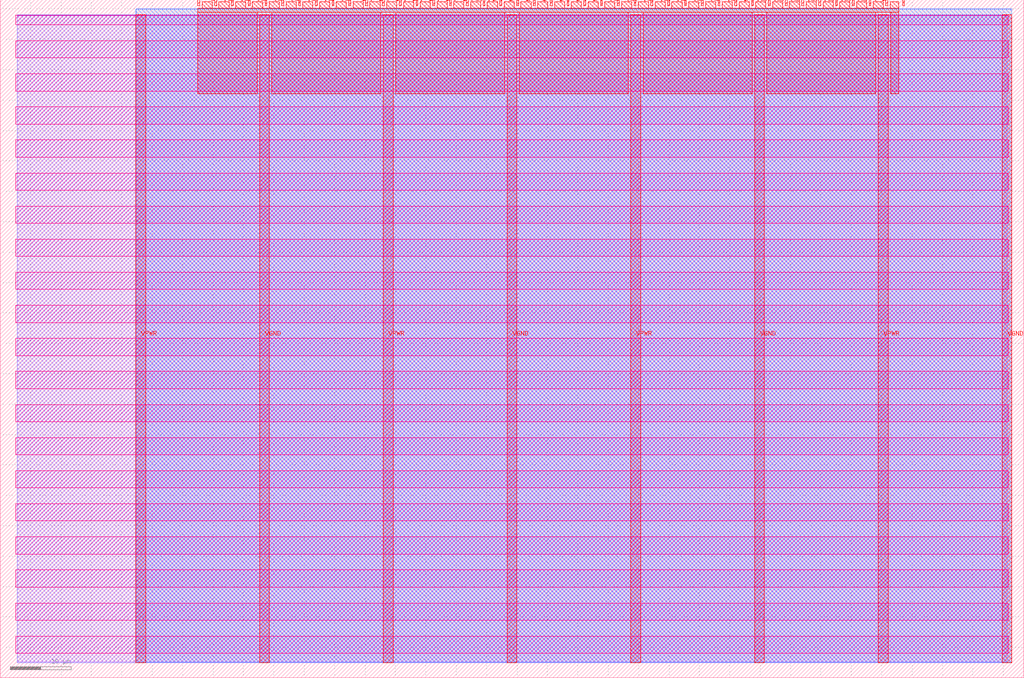
<source format=lef>
VERSION 5.7 ;
  NOWIREEXTENSIONATPIN ON ;
  DIVIDERCHAR "/" ;
  BUSBITCHARS "[]" ;
MACRO tt_um_wokwi_380408936929183745_dup
  CLASS BLOCK ;
  FOREIGN tt_um_wokwi_380408936929183745_dup ;
  ORIGIN 0.000 0.000 ;
  SIZE 168.360 BY 111.520 ;
  PIN VGND
    DIRECTION INOUT ;
    USE GROUND ;
    PORT
      LAYER met4 ;
        RECT 42.670 2.480 44.270 109.040 ;
    END
    PORT
      LAYER met4 ;
        RECT 83.380 2.480 84.980 109.040 ;
    END
    PORT
      LAYER met4 ;
        RECT 124.090 2.480 125.690 109.040 ;
    END
    PORT
      LAYER met4 ;
        RECT 164.800 2.480 166.400 109.040 ;
    END
  END VGND
  PIN VPWR
    DIRECTION INOUT ;
    USE POWER ;
    PORT
      LAYER met4 ;
        RECT 22.315 2.480 23.915 109.040 ;
    END
    PORT
      LAYER met4 ;
        RECT 63.025 2.480 64.625 109.040 ;
    END
    PORT
      LAYER met4 ;
        RECT 103.735 2.480 105.335 109.040 ;
    END
    PORT
      LAYER met4 ;
        RECT 144.445 2.480 146.045 109.040 ;
    END
  END VPWR
  PIN clk
    DIRECTION INPUT ;
    USE SIGNAL ;
    ANTENNAGATEAREA 0.852000 ;
    PORT
      LAYER met4 ;
        RECT 145.670 110.520 145.970 111.520 ;
    END
  END clk
  PIN ena
    DIRECTION INPUT ;
    USE SIGNAL ;
    PORT
      LAYER met4 ;
        RECT 148.430 110.520 148.730 111.520 ;
    END
  END ena
  PIN rst_n
    DIRECTION INPUT ;
    USE SIGNAL ;
    PORT
      LAYER met4 ;
        RECT 142.910 110.520 143.210 111.520 ;
    END
  END rst_n
  PIN ui_in[0]
    DIRECTION INPUT ;
    USE SIGNAL ;
    ANTENNAGATEAREA 0.196500 ;
    PORT
      LAYER met4 ;
        RECT 140.150 110.520 140.450 111.520 ;
    END
  END ui_in[0]
  PIN ui_in[1]
    DIRECTION INPUT ;
    USE SIGNAL ;
    ANTENNAGATEAREA 0.196500 ;
    PORT
      LAYER met4 ;
        RECT 137.390 110.520 137.690 111.520 ;
    END
  END ui_in[1]
  PIN ui_in[2]
    DIRECTION INPUT ;
    USE SIGNAL ;
    ANTENNAGATEAREA 0.196500 ;
    PORT
      LAYER met4 ;
        RECT 134.630 110.520 134.930 111.520 ;
    END
  END ui_in[2]
  PIN ui_in[3]
    DIRECTION INPUT ;
    USE SIGNAL ;
    ANTENNAGATEAREA 0.196500 ;
    PORT
      LAYER met4 ;
        RECT 131.870 110.520 132.170 111.520 ;
    END
  END ui_in[3]
  PIN ui_in[4]
    DIRECTION INPUT ;
    USE SIGNAL ;
    ANTENNAGATEAREA 0.196500 ;
    PORT
      LAYER met4 ;
        RECT 129.110 110.520 129.410 111.520 ;
    END
  END ui_in[4]
  PIN ui_in[5]
    DIRECTION INPUT ;
    USE SIGNAL ;
    ANTENNAGATEAREA 0.196500 ;
    PORT
      LAYER met4 ;
        RECT 126.350 110.520 126.650 111.520 ;
    END
  END ui_in[5]
  PIN ui_in[6]
    DIRECTION INPUT ;
    USE SIGNAL ;
    ANTENNAGATEAREA 0.196500 ;
    PORT
      LAYER met4 ;
        RECT 123.590 110.520 123.890 111.520 ;
    END
  END ui_in[6]
  PIN ui_in[7]
    DIRECTION INPUT ;
    USE SIGNAL ;
    ANTENNAGATEAREA 0.196500 ;
    PORT
      LAYER met4 ;
        RECT 120.830 110.520 121.130 111.520 ;
    END
  END ui_in[7]
  PIN uio_in[0]
    DIRECTION INPUT ;
    USE SIGNAL ;
    PORT
      LAYER met4 ;
        RECT 118.070 110.520 118.370 111.520 ;
    END
  END uio_in[0]
  PIN uio_in[1]
    DIRECTION INPUT ;
    USE SIGNAL ;
    PORT
      LAYER met4 ;
        RECT 115.310 110.520 115.610 111.520 ;
    END
  END uio_in[1]
  PIN uio_in[2]
    DIRECTION INPUT ;
    USE SIGNAL ;
    PORT
      LAYER met4 ;
        RECT 112.550 110.520 112.850 111.520 ;
    END
  END uio_in[2]
  PIN uio_in[3]
    DIRECTION INPUT ;
    USE SIGNAL ;
    PORT
      LAYER met4 ;
        RECT 109.790 110.520 110.090 111.520 ;
    END
  END uio_in[3]
  PIN uio_in[4]
    DIRECTION INPUT ;
    USE SIGNAL ;
    PORT
      LAYER met4 ;
        RECT 107.030 110.520 107.330 111.520 ;
    END
  END uio_in[4]
  PIN uio_in[5]
    DIRECTION INPUT ;
    USE SIGNAL ;
    PORT
      LAYER met4 ;
        RECT 104.270 110.520 104.570 111.520 ;
    END
  END uio_in[5]
  PIN uio_in[6]
    DIRECTION INPUT ;
    USE SIGNAL ;
    PORT
      LAYER met4 ;
        RECT 101.510 110.520 101.810 111.520 ;
    END
  END uio_in[6]
  PIN uio_in[7]
    DIRECTION INPUT ;
    USE SIGNAL ;
    PORT
      LAYER met4 ;
        RECT 98.750 110.520 99.050 111.520 ;
    END
  END uio_in[7]
  PIN uio_oe[0]
    DIRECTION OUTPUT TRISTATE ;
    USE SIGNAL ;
    PORT
      LAYER met4 ;
        RECT 51.830 110.520 52.130 111.520 ;
    END
  END uio_oe[0]
  PIN uio_oe[1]
    DIRECTION OUTPUT TRISTATE ;
    USE SIGNAL ;
    PORT
      LAYER met4 ;
        RECT 49.070 110.520 49.370 111.520 ;
    END
  END uio_oe[1]
  PIN uio_oe[2]
    DIRECTION OUTPUT TRISTATE ;
    USE SIGNAL ;
    PORT
      LAYER met4 ;
        RECT 46.310 110.520 46.610 111.520 ;
    END
  END uio_oe[2]
  PIN uio_oe[3]
    DIRECTION OUTPUT TRISTATE ;
    USE SIGNAL ;
    PORT
      LAYER met4 ;
        RECT 43.550 110.520 43.850 111.520 ;
    END
  END uio_oe[3]
  PIN uio_oe[4]
    DIRECTION OUTPUT TRISTATE ;
    USE SIGNAL ;
    PORT
      LAYER met4 ;
        RECT 40.790 110.520 41.090 111.520 ;
    END
  END uio_oe[4]
  PIN uio_oe[5]
    DIRECTION OUTPUT TRISTATE ;
    USE SIGNAL ;
    PORT
      LAYER met4 ;
        RECT 38.030 110.520 38.330 111.520 ;
    END
  END uio_oe[5]
  PIN uio_oe[6]
    DIRECTION OUTPUT TRISTATE ;
    USE SIGNAL ;
    PORT
      LAYER met4 ;
        RECT 35.270 110.520 35.570 111.520 ;
    END
  END uio_oe[6]
  PIN uio_oe[7]
    DIRECTION OUTPUT TRISTATE ;
    USE SIGNAL ;
    PORT
      LAYER met4 ;
        RECT 32.510 110.520 32.810 111.520 ;
    END
  END uio_oe[7]
  PIN uio_out[0]
    DIRECTION OUTPUT TRISTATE ;
    USE SIGNAL ;
    PORT
      LAYER met4 ;
        RECT 73.910 110.520 74.210 111.520 ;
    END
  END uio_out[0]
  PIN uio_out[1]
    DIRECTION OUTPUT TRISTATE ;
    USE SIGNAL ;
    PORT
      LAYER met4 ;
        RECT 71.150 110.520 71.450 111.520 ;
    END
  END uio_out[1]
  PIN uio_out[2]
    DIRECTION OUTPUT TRISTATE ;
    USE SIGNAL ;
    PORT
      LAYER met4 ;
        RECT 68.390 110.520 68.690 111.520 ;
    END
  END uio_out[2]
  PIN uio_out[3]
    DIRECTION OUTPUT TRISTATE ;
    USE SIGNAL ;
    PORT
      LAYER met4 ;
        RECT 65.630 110.520 65.930 111.520 ;
    END
  END uio_out[3]
  PIN uio_out[4]
    DIRECTION OUTPUT TRISTATE ;
    USE SIGNAL ;
    PORT
      LAYER met4 ;
        RECT 62.870 110.520 63.170 111.520 ;
    END
  END uio_out[4]
  PIN uio_out[5]
    DIRECTION OUTPUT TRISTATE ;
    USE SIGNAL ;
    PORT
      LAYER met4 ;
        RECT 60.110 110.520 60.410 111.520 ;
    END
  END uio_out[5]
  PIN uio_out[6]
    DIRECTION OUTPUT TRISTATE ;
    USE SIGNAL ;
    PORT
      LAYER met4 ;
        RECT 57.350 110.520 57.650 111.520 ;
    END
  END uio_out[6]
  PIN uio_out[7]
    DIRECTION OUTPUT TRISTATE ;
    USE SIGNAL ;
    PORT
      LAYER met4 ;
        RECT 54.590 110.520 54.890 111.520 ;
    END
  END uio_out[7]
  PIN uo_out[0]
    DIRECTION OUTPUT TRISTATE ;
    USE SIGNAL ;
    ANTENNADIFFAREA 0.445500 ;
    PORT
      LAYER met4 ;
        RECT 95.990 110.520 96.290 111.520 ;
    END
  END uo_out[0]
  PIN uo_out[1]
    DIRECTION OUTPUT TRISTATE ;
    USE SIGNAL ;
    ANTENNADIFFAREA 0.445500 ;
    PORT
      LAYER met4 ;
        RECT 93.230 110.520 93.530 111.520 ;
    END
  END uo_out[1]
  PIN uo_out[2]
    DIRECTION OUTPUT TRISTATE ;
    USE SIGNAL ;
    ANTENNADIFFAREA 0.445500 ;
    PORT
      LAYER met4 ;
        RECT 90.470 110.520 90.770 111.520 ;
    END
  END uo_out[2]
  PIN uo_out[3]
    DIRECTION OUTPUT TRISTATE ;
    USE SIGNAL ;
    ANTENNADIFFAREA 0.445500 ;
    PORT
      LAYER met4 ;
        RECT 87.710 110.520 88.010 111.520 ;
    END
  END uo_out[3]
  PIN uo_out[4]
    DIRECTION OUTPUT TRISTATE ;
    USE SIGNAL ;
    ANTENNADIFFAREA 0.445500 ;
    PORT
      LAYER met4 ;
        RECT 84.950 110.520 85.250 111.520 ;
    END
  END uo_out[4]
  PIN uo_out[5]
    DIRECTION OUTPUT TRISTATE ;
    USE SIGNAL ;
    PORT
      LAYER met4 ;
        RECT 82.190 110.520 82.490 111.520 ;
    END
  END uo_out[5]
  PIN uo_out[6]
    DIRECTION OUTPUT TRISTATE ;
    USE SIGNAL ;
    PORT
      LAYER met4 ;
        RECT 79.430 110.520 79.730 111.520 ;
    END
  END uo_out[6]
  PIN uo_out[7]
    DIRECTION OUTPUT TRISTATE ;
    USE SIGNAL ;
    PORT
      LAYER met4 ;
        RECT 76.670 110.520 76.970 111.520 ;
    END
  END uo_out[7]
  OBS
      LAYER nwell ;
        RECT 2.570 107.385 165.790 108.990 ;
        RECT 2.570 101.945 165.790 104.775 ;
        RECT 2.570 96.505 165.790 99.335 ;
        RECT 2.570 91.065 165.790 93.895 ;
        RECT 2.570 85.625 165.790 88.455 ;
        RECT 2.570 80.185 165.790 83.015 ;
        RECT 2.570 74.745 165.790 77.575 ;
        RECT 2.570 69.305 165.790 72.135 ;
        RECT 2.570 63.865 165.790 66.695 ;
        RECT 2.570 58.425 165.790 61.255 ;
        RECT 2.570 52.985 165.790 55.815 ;
        RECT 2.570 47.545 165.790 50.375 ;
        RECT 2.570 42.105 165.790 44.935 ;
        RECT 2.570 36.665 165.790 39.495 ;
        RECT 2.570 31.225 165.790 34.055 ;
        RECT 2.570 25.785 165.790 28.615 ;
        RECT 2.570 20.345 165.790 23.175 ;
        RECT 2.570 14.905 165.790 17.735 ;
        RECT 2.570 9.465 165.790 12.295 ;
        RECT 2.570 4.025 165.790 6.855 ;
      LAYER li1 ;
        RECT 2.760 2.635 165.600 108.885 ;
      LAYER met1 ;
        RECT 2.760 2.480 166.400 109.040 ;
      LAYER met2 ;
        RECT 22.345 2.535 166.370 110.005 ;
      LAYER met3 ;
        RECT 22.325 2.555 166.390 109.985 ;
      LAYER met4 ;
        RECT 33.210 110.120 34.870 111.170 ;
        RECT 35.970 110.120 37.630 111.170 ;
        RECT 38.730 110.120 40.390 111.170 ;
        RECT 41.490 110.120 43.150 111.170 ;
        RECT 44.250 110.120 45.910 111.170 ;
        RECT 47.010 110.120 48.670 111.170 ;
        RECT 49.770 110.120 51.430 111.170 ;
        RECT 52.530 110.120 54.190 111.170 ;
        RECT 55.290 110.120 56.950 111.170 ;
        RECT 58.050 110.120 59.710 111.170 ;
        RECT 60.810 110.120 62.470 111.170 ;
        RECT 63.570 110.120 65.230 111.170 ;
        RECT 66.330 110.120 67.990 111.170 ;
        RECT 69.090 110.120 70.750 111.170 ;
        RECT 71.850 110.120 73.510 111.170 ;
        RECT 74.610 110.120 76.270 111.170 ;
        RECT 77.370 110.120 79.030 111.170 ;
        RECT 80.130 110.120 81.790 111.170 ;
        RECT 82.890 110.120 84.550 111.170 ;
        RECT 85.650 110.120 87.310 111.170 ;
        RECT 88.410 110.120 90.070 111.170 ;
        RECT 91.170 110.120 92.830 111.170 ;
        RECT 93.930 110.120 95.590 111.170 ;
        RECT 96.690 110.120 98.350 111.170 ;
        RECT 99.450 110.120 101.110 111.170 ;
        RECT 102.210 110.120 103.870 111.170 ;
        RECT 104.970 110.120 106.630 111.170 ;
        RECT 107.730 110.120 109.390 111.170 ;
        RECT 110.490 110.120 112.150 111.170 ;
        RECT 113.250 110.120 114.910 111.170 ;
        RECT 116.010 110.120 117.670 111.170 ;
        RECT 118.770 110.120 120.430 111.170 ;
        RECT 121.530 110.120 123.190 111.170 ;
        RECT 124.290 110.120 125.950 111.170 ;
        RECT 127.050 110.120 128.710 111.170 ;
        RECT 129.810 110.120 131.470 111.170 ;
        RECT 132.570 110.120 134.230 111.170 ;
        RECT 135.330 110.120 136.990 111.170 ;
        RECT 138.090 110.120 139.750 111.170 ;
        RECT 140.850 110.120 142.510 111.170 ;
        RECT 143.610 110.120 145.270 111.170 ;
        RECT 146.370 110.120 147.825 111.170 ;
        RECT 32.495 109.440 147.825 110.120 ;
        RECT 32.495 96.055 42.270 109.440 ;
        RECT 44.670 96.055 62.625 109.440 ;
        RECT 65.025 96.055 82.980 109.440 ;
        RECT 85.380 96.055 103.335 109.440 ;
        RECT 105.735 96.055 123.690 109.440 ;
        RECT 126.090 96.055 144.045 109.440 ;
        RECT 146.445 96.055 147.825 109.440 ;
  END
END tt_um_wokwi_380408936929183745_dup
END LIBRARY


</source>
